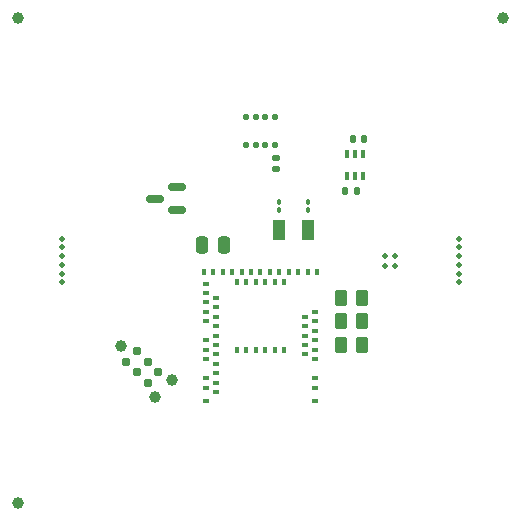
<source format=gbr>
%TF.GenerationSoftware,KiCad,Pcbnew,7.0.6-7.0.6~ubuntu23.04.1*%
%TF.CreationDate,2023-08-08T21:58:14-04:00*%
%TF.ProjectId,EnviroPuck,456e7669-726f-4507-9563-6b2e6b696361,rev?*%
%TF.SameCoordinates,Original*%
%TF.FileFunction,Soldermask,Top*%
%TF.FilePolarity,Negative*%
%FSLAX46Y46*%
G04 Gerber Fmt 4.6, Leading zero omitted, Abs format (unit mm)*
G04 Created by KiCad (PCBNEW 7.0.6-7.0.6~ubuntu23.04.1) date 2023-08-08 21:58:14*
%MOMM*%
%LPD*%
G01*
G04 APERTURE LIST*
G04 Aperture macros list*
%AMRoundRect*
0 Rectangle with rounded corners*
0 $1 Rounding radius*
0 $2 $3 $4 $5 $6 $7 $8 $9 X,Y pos of 4 corners*
0 Add a 4 corners polygon primitive as box body*
4,1,4,$2,$3,$4,$5,$6,$7,$8,$9,$2,$3,0*
0 Add four circle primitives for the rounded corners*
1,1,$1+$1,$2,$3*
1,1,$1+$1,$4,$5*
1,1,$1+$1,$6,$7*
1,1,$1+$1,$8,$9*
0 Add four rect primitives between the rounded corners*
20,1,$1+$1,$2,$3,$4,$5,0*
20,1,$1+$1,$4,$5,$6,$7,0*
20,1,$1+$1,$6,$7,$8,$9,0*
20,1,$1+$1,$8,$9,$2,$3,0*%
G04 Aperture macros list end*
%ADD10C,1.000000*%
%ADD11C,0.500000*%
%ADD12R,1.000000X1.800000*%
%ADD13RoundRect,0.250000X0.262500X0.450000X-0.262500X0.450000X-0.262500X-0.450000X0.262500X-0.450000X0*%
%ADD14RoundRect,0.150000X0.587500X0.150000X-0.587500X0.150000X-0.587500X-0.150000X0.587500X-0.150000X0*%
%ADD15RoundRect,0.140000X0.170000X-0.140000X0.170000X0.140000X-0.170000X0.140000X-0.170000X-0.140000X0*%
%ADD16RoundRect,0.100000X0.100000X-0.130000X0.100000X0.130000X-0.100000X0.130000X-0.100000X-0.130000X0*%
%ADD17RoundRect,0.250000X0.250000X0.475000X-0.250000X0.475000X-0.250000X-0.475000X0.250000X-0.475000X0*%
%ADD18RoundRect,0.140000X0.140000X0.170000X-0.140000X0.170000X-0.140000X-0.170000X0.140000X-0.170000X0*%
%ADD19RoundRect,0.140000X-0.140000X-0.170000X0.140000X-0.170000X0.140000X0.170000X-0.140000X0.170000X0*%
%ADD20RoundRect,0.112500X0.112500X0.112500X-0.112500X0.112500X-0.112500X-0.112500X0.112500X-0.112500X0*%
%ADD21R,0.600000X0.400000*%
%ADD22R,0.400000X0.600000*%
%ADD23R,0.400000X0.650000*%
%ADD24C,0.990600*%
%ADD25C,0.787400*%
%ADD26RoundRect,0.125000X0.125000X0.137500X-0.125000X0.137500X-0.125000X-0.137500X0.125000X-0.137500X0*%
G04 APERTURE END LIST*
D10*
%TO.C,REF\u002A\u002A*%
X-20500000Y-20500000D03*
%TD*%
%TO.C,REF\u002A\u002A*%
X-20500000Y20500000D03*
%TD*%
%TO.C,REF\u002A\u002A*%
X20500000Y20500000D03*
%TD*%
D11*
%TO.C,REF\u002A\u002A*%
X-16800000Y-1850000D03*
X-16800000Y-1110000D03*
X-16800000Y-370000D03*
X-16800000Y370000D03*
X-16800000Y1110000D03*
X-16800000Y1850000D03*
%TD*%
%TO.C,REF\u002A\u002A*%
X16800000Y1110003D03*
X16800000Y-1849997D03*
X16800000Y370003D03*
X16800000Y-369997D03*
X16800000Y1850003D03*
X16800000Y-1109997D03*
%TD*%
D12*
%TO.C,Y1*%
X1550000Y2600000D03*
X4050000Y2600000D03*
%TD*%
D13*
%TO.C,R5*%
X8612500Y-7150000D03*
X6787500Y-7150000D03*
%TD*%
%TO.C,R4*%
X8612500Y-5150000D03*
X6787500Y-5150000D03*
%TD*%
%TO.C,R3*%
X8612500Y-3150000D03*
X6787500Y-3150000D03*
%TD*%
D14*
%TO.C,Q1*%
X-8937500Y5250000D03*
X-7062500Y6200000D03*
X-7062500Y4300000D03*
%TD*%
D15*
%TO.C,C6*%
X1300000Y7745000D03*
X1300000Y8705000D03*
%TD*%
D16*
%TO.C,C5*%
X1550000Y4280000D03*
X1550000Y4920000D03*
%TD*%
D17*
%TO.C,C4*%
X-3050000Y1300000D03*
X-4950000Y1300000D03*
%TD*%
D16*
%TO.C,C3*%
X4050000Y4280000D03*
X4050000Y4920000D03*
%TD*%
D18*
%TO.C,C2*%
X8805000Y10300000D03*
X7845000Y10300000D03*
%TD*%
D19*
%TO.C,C1*%
X7195000Y5925000D03*
X8155000Y5925000D03*
%TD*%
D20*
%TO.C,D1*%
X11425000Y-425000D03*
X10575000Y-425000D03*
X10575000Y425000D03*
X11425000Y425000D03*
%TD*%
D21*
%TO.C,U3*%
X4650000Y-11850000D03*
X4650000Y-10750000D03*
X4650000Y-9950000D03*
X4650000Y-8350000D03*
X3750000Y-7950000D03*
X4650000Y-7550000D03*
X3750000Y-7150000D03*
X4650000Y-6750000D03*
X3750000Y-6350000D03*
X4650000Y-5950000D03*
X3750000Y-5550000D03*
X4650000Y-5150000D03*
X3750000Y-4750000D03*
X4650000Y-4350000D03*
D22*
X4800000Y-950000D03*
X4000000Y-950000D03*
X3200000Y-950000D03*
X2400000Y-950000D03*
X2000000Y-1850000D03*
X1600000Y-950000D03*
X1200000Y-1850000D03*
X800000Y-950000D03*
X400000Y-1850000D03*
X0Y-950000D03*
X-400000Y-1850000D03*
X-800000Y-950000D03*
X-1200000Y-1850000D03*
X-1600000Y-950000D03*
X-2000000Y-1850000D03*
X-2400000Y-950000D03*
X-3200000Y-950000D03*
X-4000000Y-950000D03*
X-4800000Y-950000D03*
D21*
X-4650000Y-1950000D03*
X-4650000Y-2750000D03*
X-3750000Y-3150000D03*
X-4650000Y-3550000D03*
X-3750000Y-3950000D03*
X-4650000Y-4350000D03*
X-3750000Y-4750000D03*
X-4650000Y-5150000D03*
X-3750000Y-5550000D03*
X-3750000Y-6350000D03*
X-4650000Y-6750000D03*
X-3750000Y-7150000D03*
X-4650000Y-7550000D03*
X-3750000Y-7950000D03*
X-4650000Y-8350000D03*
X-3750000Y-8750000D03*
X-3750000Y-9550000D03*
X-4650000Y-9950000D03*
X-3750000Y-10350000D03*
X-4650000Y-10750000D03*
X-3750000Y-11150000D03*
X-4650000Y-11850000D03*
D22*
X2000000Y-7550000D03*
X1200000Y-7550000D03*
X400000Y-7550000D03*
X-400000Y-7550000D03*
X-1200000Y-7550000D03*
X-2000000Y-7550000D03*
%TD*%
D23*
%TO.C,U1*%
X8650000Y9050000D03*
X8000000Y9050000D03*
X7350000Y9050000D03*
X7350000Y7150000D03*
X8000000Y7150000D03*
X8650000Y7150000D03*
%TD*%
D24*
%TO.C,J1*%
X-8922369Y-11514472D03*
X-7485528Y-10077631D03*
X-11796051Y-7203949D03*
D25*
X-11347038Y-8550987D03*
X-10449013Y-7652962D03*
X-10449013Y-9449013D03*
X-9550987Y-8550987D03*
X-9550987Y-10347038D03*
X-8652962Y-9449013D03*
%TD*%
D26*
%TO.C,U2*%
X1200000Y12187500D03*
X400000Y12187500D03*
X-400000Y12187500D03*
X-1200000Y12187500D03*
X-1200000Y9812500D03*
X-400000Y9812500D03*
X400000Y9812500D03*
X1200000Y9812500D03*
%TD*%
M02*

</source>
